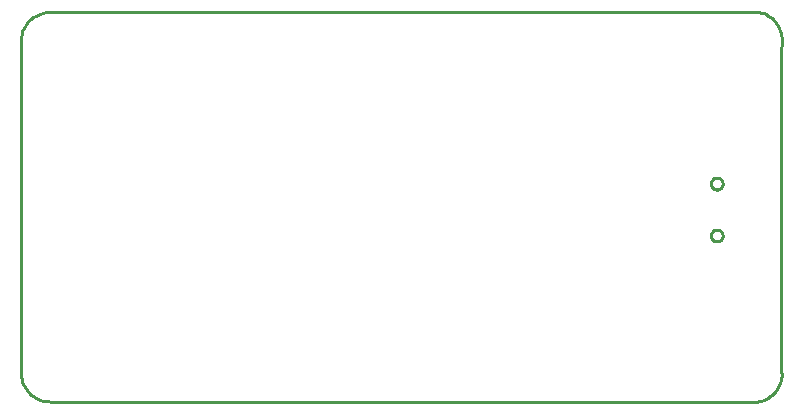
<source format=gbr>
G04 EAGLE Gerber X2 export*
%TF.Part,Single*%
%TF.FileFunction,Profile,NP*%
%TF.FilePolarity,Positive*%
%TF.GenerationSoftware,Autodesk,EAGLE,8.6.3*%
%TF.CreationDate,2019-03-08T23:17:09Z*%
G75*
%MOMM*%
%FSLAX34Y34*%
%LPD*%
%AMOC8*
5,1,8,0,0,1.08239X$1,22.5*%
G01*
%ADD10C,0.254000*%


D10*
X0Y25400D02*
X97Y23186D01*
X386Y20989D01*
X865Y18826D01*
X1532Y16713D01*
X2380Y14666D01*
X3403Y12700D01*
X4594Y10831D01*
X5942Y9073D01*
X7440Y7440D01*
X9073Y5942D01*
X10831Y4594D01*
X12700Y3403D01*
X14666Y2380D01*
X16713Y1532D01*
X18826Y865D01*
X20989Y386D01*
X23186Y97D01*
X25400Y0D01*
X619000Y0D01*
X621076Y-53D01*
X623149Y74D01*
X625203Y382D01*
X627223Y868D01*
X629192Y1528D01*
X631096Y2357D01*
X632921Y3349D01*
X634652Y4496D01*
X636277Y5790D01*
X637783Y7220D01*
X639158Y8776D01*
X640393Y10446D01*
X641478Y12217D01*
X642403Y14077D01*
X643164Y16009D01*
X643753Y18001D01*
X644166Y20036D01*
X644400Y22100D01*
X643890Y26670D01*
X643890Y293370D01*
X644400Y308100D01*
X644162Y310159D01*
X643745Y312190D01*
X643152Y314176D01*
X642389Y316103D01*
X641461Y317957D01*
X640375Y319722D01*
X639139Y321386D01*
X637763Y322936D01*
X636256Y324361D01*
X634632Y325648D01*
X632901Y326789D01*
X631078Y327775D01*
X629175Y328598D01*
X627208Y329252D01*
X625192Y329732D01*
X623141Y330035D01*
X621072Y330158D01*
X619000Y330100D01*
X25400Y330200D01*
X25500Y330100D01*
X23282Y330008D01*
X21080Y329722D01*
X18911Y329246D01*
X16793Y328582D01*
X14740Y327737D01*
X12768Y326715D01*
X10893Y325526D01*
X9129Y324178D01*
X7489Y322681D01*
X5986Y321047D01*
X4631Y319289D01*
X3435Y317418D01*
X2406Y315451D01*
X1552Y313401D01*
X880Y311285D01*
X395Y309119D01*
X101Y306918D01*
X0Y304700D01*
X0Y25400D01*
X589721Y145560D02*
X590279Y145497D01*
X590826Y145372D01*
X591356Y145187D01*
X591862Y144943D01*
X592338Y144644D01*
X592777Y144294D01*
X593174Y143897D01*
X593524Y143458D01*
X593823Y142982D01*
X594067Y142476D01*
X594252Y141946D01*
X594377Y141399D01*
X594440Y140841D01*
X594440Y140279D01*
X594377Y139721D01*
X594252Y139174D01*
X594067Y138644D01*
X593823Y138138D01*
X593524Y137662D01*
X593174Y137223D01*
X592777Y136826D01*
X592338Y136476D01*
X591862Y136177D01*
X591356Y135933D01*
X590826Y135748D01*
X590279Y135623D01*
X589721Y135560D01*
X589159Y135560D01*
X588601Y135623D01*
X588054Y135748D01*
X587524Y135933D01*
X587018Y136177D01*
X586542Y136476D01*
X586103Y136826D01*
X585706Y137223D01*
X585356Y137662D01*
X585057Y138138D01*
X584813Y138644D01*
X584628Y139174D01*
X584503Y139721D01*
X584440Y140279D01*
X584440Y140841D01*
X584503Y141399D01*
X584628Y141946D01*
X584813Y142476D01*
X585057Y142982D01*
X585356Y143458D01*
X585706Y143897D01*
X586103Y144294D01*
X586542Y144644D01*
X587018Y144943D01*
X587524Y145187D01*
X588054Y145372D01*
X588601Y145497D01*
X589159Y145560D01*
X589721Y145560D01*
X589721Y189560D02*
X590279Y189497D01*
X590826Y189372D01*
X591356Y189187D01*
X591862Y188943D01*
X592338Y188644D01*
X592777Y188294D01*
X593174Y187897D01*
X593524Y187458D01*
X593823Y186982D01*
X594067Y186476D01*
X594252Y185946D01*
X594377Y185399D01*
X594440Y184841D01*
X594440Y184279D01*
X594377Y183721D01*
X594252Y183174D01*
X594067Y182644D01*
X593823Y182138D01*
X593524Y181662D01*
X593174Y181223D01*
X592777Y180826D01*
X592338Y180476D01*
X591862Y180177D01*
X591356Y179933D01*
X590826Y179748D01*
X590279Y179623D01*
X589721Y179560D01*
X589159Y179560D01*
X588601Y179623D01*
X588054Y179748D01*
X587524Y179933D01*
X587018Y180177D01*
X586542Y180476D01*
X586103Y180826D01*
X585706Y181223D01*
X585356Y181662D01*
X585057Y182138D01*
X584813Y182644D01*
X584628Y183174D01*
X584503Y183721D01*
X584440Y184279D01*
X584440Y184841D01*
X584503Y185399D01*
X584628Y185946D01*
X584813Y186476D01*
X585057Y186982D01*
X585356Y187458D01*
X585706Y187897D01*
X586103Y188294D01*
X586542Y188644D01*
X587018Y188943D01*
X587524Y189187D01*
X588054Y189372D01*
X588601Y189497D01*
X589159Y189560D01*
X589721Y189560D01*
M02*

</source>
